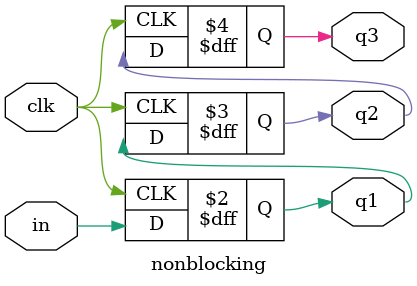
<source format=v>
module top_level;
    
    initial begin
        $monitor("%t  %b  %b   %b %b %b  %b %b %b",
              $time, clk, in, b1, b2, b3, n1, n2, n3); //printe in jedem durchlauf den durchlauf , den wert der clock, des inputs und der kabel b1 b2 b3 n1 n2 n3
        #0  in = 0; //setze im 0. durchlauf in auf 0
        #6  in = 1; //setze nach 6 durchläufen in auf 1
        #6  $finish; //beende programm nach weiteren 6 durchläufen
    end

    //clock signal
    reg clk = 0;    //starte mit clock = 0
    always #1 clk = !clk; //setze jeden durchlauf die clock auf den jeweils anderen wert

    reg in; //erstellung des inputs im register

    wire b1, b2, b3;    //erstellung der wire
    blocking B(in, clk, b1, b2, b3); //Funktionenaufruf

    wire n1, n2, n3;    //analog
    nonblocking N(in, clk, n1, n2, n3);
endmodule

module blocking(in, clk, q1, q2, q3); //Definiert modul und gibt "verbundene" wire an
    input in, clk; //definiert Inputs
    output q1, q2, q3; // definiert Outputs
    reg q1, q2, q3; //Ähnlich zu unserem python programm Register funktion

    always @(posedge clk) begin //funktion immer dann wenn clk positive Flanke hat
        q1 = in; //setze q1 = dem wert der durch in anliegt
        q2 = q1; //setze q2 = q1
        q3 = q2; //setze q3 = q2 ; damit setzt man direkt q3 = in
    end
endmodule

module nonblocking(in, clk, q1, q2, q3); //Analog zu blocking modul
    input in, clk;
    output q1, q2, q3;
    reg q1, q2, q3;

    always @(posedge clk) begin
        q1 <= in; // <= schreibt den wert in die variable aber erst nachdem die funktion beendet wurde, somit schreibt man nicht direkt in in q3 sondern erst nach dem 3. durchlauf
        q2 <= q1;
        q3 <= q2;
    end
endmodule

//blocking entspricht einem DE-Flipflop und nonblocking einer verkettung von DE-Flipflops bzw einem 3-Delay-Filter
</source>
